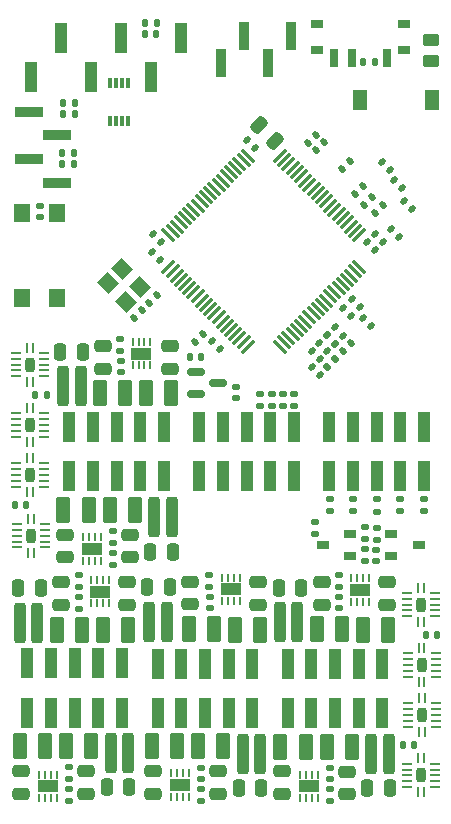
<source format=gbr>
%TF.GenerationSoftware,KiCad,Pcbnew,9.0.0*%
%TF.CreationDate,2025-03-08T21:49:25+01:00*%
%TF.ProjectId,NPulse_v4,4e50756c-7365-45f7-9634-2e6b69636164,rev?*%
%TF.SameCoordinates,Original*%
%TF.FileFunction,Paste,Top*%
%TF.FilePolarity,Positive*%
%FSLAX46Y46*%
G04 Gerber Fmt 4.6, Leading zero omitted, Abs format (unit mm)*
G04 Created by KiCad (PCBNEW 9.0.0) date 2025-03-08 21:49:25*
%MOMM*%
%LPD*%
G01*
G04 APERTURE LIST*
G04 Aperture macros list*
%AMRoundRect*
0 Rectangle with rounded corners*
0 $1 Rounding radius*
0 $2 $3 $4 $5 $6 $7 $8 $9 X,Y pos of 4 corners*
0 Add a 4 corners polygon primitive as box body*
4,1,4,$2,$3,$4,$5,$6,$7,$8,$9,$2,$3,0*
0 Add four circle primitives for the rounded corners*
1,1,$1+$1,$2,$3*
1,1,$1+$1,$4,$5*
1,1,$1+$1,$6,$7*
1,1,$1+$1,$8,$9*
0 Add four rect primitives between the rounded corners*
20,1,$1+$1,$2,$3,$4,$5,0*
20,1,$1+$1,$4,$5,$6,$7,0*
20,1,$1+$1,$6,$7,$8,$9,0*
20,1,$1+$1,$8,$9,$2,$3,0*%
%AMRotRect*
0 Rectangle, with rotation*
0 The origin of the aperture is its center*
0 $1 length*
0 $2 width*
0 $3 Rotation angle, in degrees counterclockwise*
0 Add horizontal line*
21,1,$1,$2,0,0,$3*%
G04 Aperture macros list end*
%ADD10RoundRect,0.250000X-0.250000X-1.450000X0.250000X-1.450000X0.250000X1.450000X-0.250000X1.450000X0*%
%ADD11RoundRect,0.135000X0.185000X-0.135000X0.185000X0.135000X-0.185000X0.135000X-0.185000X-0.135000X0*%
%ADD12R,1.000000X2.580000*%
%ADD13RotRect,1.400000X1.200000X135.000000*%
%ADD14RoundRect,0.140000X0.021213X-0.219203X0.219203X-0.021213X-0.021213X0.219203X-0.219203X0.021213X0*%
%ADD15RoundRect,0.140000X-0.219203X-0.021213X-0.021213X-0.219203X0.219203X0.021213X0.021213X0.219203X0*%
%ADD16RoundRect,0.140000X0.219203X0.021213X0.021213X0.219203X-0.219203X-0.021213X-0.021213X-0.219203X0*%
%ADD17R,0.279400X0.711200*%
%ADD18R,1.701800X0.990600*%
%ADD19RoundRect,0.250000X0.475000X-0.250000X0.475000X0.250000X-0.475000X0.250000X-0.475000X-0.250000X0*%
%ADD20RoundRect,0.140000X0.170000X-0.140000X0.170000X0.140000X-0.170000X0.140000X-0.170000X-0.140000X0*%
%ADD21RoundRect,0.135000X-0.185000X0.135000X-0.185000X-0.135000X0.185000X-0.135000X0.185000X0.135000X0*%
%ADD22RoundRect,0.250000X0.375000X0.850000X-0.375000X0.850000X-0.375000X-0.850000X0.375000X-0.850000X0*%
%ADD23R,1.000000X2.510000*%
%ADD24RoundRect,0.135000X-0.135000X-0.185000X0.135000X-0.185000X0.135000X0.185000X-0.135000X0.185000X0*%
%ADD25RoundRect,0.250000X-0.250000X-0.475000X0.250000X-0.475000X0.250000X0.475000X-0.250000X0.475000X0*%
%ADD26RoundRect,0.140000X0.140000X0.170000X-0.140000X0.170000X-0.140000X-0.170000X0.140000X-0.170000X0*%
%ADD27RoundRect,0.140000X-0.140000X-0.170000X0.140000X-0.170000X0.140000X0.170000X-0.140000X0.170000X0*%
%ADD28RoundRect,0.202500X-0.202500X-0.402500X0.202500X-0.402500X0.202500X0.402500X-0.202500X0.402500X0*%
%ADD29RoundRect,0.062500X-0.062500X-0.350000X0.062500X-0.350000X0.062500X0.350000X-0.062500X0.350000X0*%
%ADD30RoundRect,0.062500X-0.350000X-0.062500X0.350000X-0.062500X0.350000X0.062500X-0.350000X0.062500X0*%
%ADD31RoundRect,0.202500X0.202500X0.402500X-0.202500X0.402500X-0.202500X-0.402500X0.202500X-0.402500X0*%
%ADD32RoundRect,0.062500X0.062500X0.350000X-0.062500X0.350000X-0.062500X-0.350000X0.062500X-0.350000X0*%
%ADD33RoundRect,0.062500X0.350000X0.062500X-0.350000X0.062500X-0.350000X-0.062500X0.350000X-0.062500X0*%
%ADD34RoundRect,0.250000X0.450000X-0.262500X0.450000X0.262500X-0.450000X0.262500X-0.450000X-0.262500X0*%
%ADD35RoundRect,0.250000X-0.475000X0.250000X-0.475000X-0.250000X0.475000X-0.250000X0.475000X0.250000X0*%
%ADD36R,0.850000X2.350000*%
%ADD37RoundRect,0.062500X-0.433103X-0.521491X0.521491X0.433103X0.433103X0.521491X-0.521491X-0.433103X0*%
%ADD38RoundRect,0.062500X0.433103X-0.521491X0.521491X-0.433103X-0.433103X0.521491X-0.521491X0.433103X0*%
%ADD39RoundRect,0.250000X-0.375000X-0.850000X0.375000X-0.850000X0.375000X0.850000X-0.375000X0.850000X0*%
%ADD40RoundRect,0.250000X0.250000X0.475000X-0.250000X0.475000X-0.250000X-0.475000X0.250000X-0.475000X0*%
%ADD41RoundRect,0.140000X-0.021213X0.219203X-0.219203X0.021213X0.021213X-0.219203X0.219203X-0.021213X0*%
%ADD42RoundRect,0.140000X-0.170000X0.140000X-0.170000X-0.140000X0.170000X-0.140000X0.170000X0.140000X0*%
%ADD43R,1.050000X0.700000*%
%ADD44R,1.300000X1.800000*%
%ADD45RoundRect,0.250000X0.250000X1.450000X-0.250000X1.450000X-0.250000X-1.450000X0.250000X-1.450000X0*%
%ADD46R,1.000000X0.800000*%
%ADD47R,0.700000X1.500000*%
%ADD48R,0.300000X0.850000*%
%ADD49RoundRect,0.250000X-0.512652X-0.159099X-0.159099X-0.512652X0.512652X0.159099X0.159099X0.512652X0*%
%ADD50RoundRect,0.150000X-0.587500X-0.150000X0.587500X-0.150000X0.587500X0.150000X-0.587500X0.150000X0*%
%ADD51RoundRect,0.135000X0.135000X0.185000X-0.135000X0.185000X-0.135000X-0.185000X0.135000X-0.185000X0*%
%ADD52R,1.000000X0.700000*%
%ADD53R,1.400000X1.600000*%
%ADD54RoundRect,0.147500X-0.017678X0.226274X-0.226274X0.017678X0.017678X-0.226274X0.226274X-0.017678X0*%
%ADD55RoundRect,0.135000X0.226274X0.035355X0.035355X0.226274X-0.226274X-0.035355X-0.035355X-0.226274X0*%
%ADD56R,2.350000X0.850000*%
G04 APERTURE END LIST*
D10*
%TO.C,R32*%
X163500901Y-131605403D03*
X165000901Y-131605403D03*
%TD*%
D11*
%TO.C,R19*%
X187990000Y-111149999D03*
X187990000Y-110130001D03*
%TD*%
D12*
%TO.C,J7*%
X175475903Y-124045400D03*
X175475903Y-128215402D03*
X173475903Y-124045401D03*
X173475903Y-128215401D03*
X171475903Y-124045400D03*
X171475903Y-128215402D03*
X169475903Y-124045401D03*
X169475903Y-128215401D03*
X167475903Y-124045400D03*
X167475903Y-128215402D03*
%TD*%
D13*
%TO.C,Y1*%
X166003858Y-92201777D03*
X164448223Y-90646142D03*
X163246142Y-91848223D03*
X164801777Y-93403858D03*
%TD*%
D14*
%TO.C,C15*%
X165471777Y-94808224D03*
X166150599Y-94129402D03*
%TD*%
D15*
%TO.C,C47*%
X183960589Y-93140589D03*
X184639411Y-93819411D03*
%TD*%
D16*
%TO.C,C21*%
X187869411Y-87909411D03*
X187190589Y-87230589D03*
%TD*%
D17*
%TO.C,IC2*%
X181005902Y-133441302D03*
X180505901Y-133441302D03*
X180005901Y-133441302D03*
X179505900Y-133441302D03*
X179505900Y-135447902D03*
X180005901Y-135447902D03*
X180505901Y-135447902D03*
X181005902Y-135447902D03*
D18*
X180255901Y-134444602D03*
%TD*%
D19*
%TO.C,C34*%
X168520001Y-99069999D03*
X168520001Y-97170001D03*
%TD*%
D20*
%TO.C,C49*%
X171145900Y-133805404D03*
X171145900Y-132845404D03*
%TD*%
D11*
%TO.C,R17*%
X184000000Y-111149999D03*
X184000000Y-110130001D03*
%TD*%
D21*
%TO.C,R34*%
X160775899Y-116565401D03*
X160775899Y-117585399D03*
%TD*%
D16*
%TO.C,C2*%
X167790000Y-88340000D03*
X167111178Y-87661178D03*
%TD*%
D10*
%TO.C,R23*%
X185570000Y-131685402D03*
X187070000Y-131685402D03*
%TD*%
D22*
%TO.C,L11*%
X169135902Y-131065403D03*
X166985902Y-131065403D03*
%TD*%
D11*
%TO.C,R18*%
X186010000Y-111169999D03*
X186010000Y-110150001D03*
%TD*%
D15*
%TO.C,C35*%
X183120589Y-93980589D03*
X183799411Y-94659411D03*
%TD*%
D23*
%TO.C,J3*%
X169460000Y-71075000D03*
X166920000Y-74385000D03*
X164380000Y-71075000D03*
X161840000Y-74385000D03*
X159300000Y-71075000D03*
X156760000Y-74385000D03*
%TD*%
D24*
%TO.C,R12*%
X159470001Y-77480000D03*
X160489999Y-77480000D03*
%TD*%
D14*
%TO.C,C7*%
X183090589Y-82199411D03*
X183769411Y-81520589D03*
%TD*%
D25*
%TO.C,C38*%
X177725901Y-117635399D03*
X179625899Y-117635399D03*
%TD*%
D21*
%TO.C,R5*%
X179005000Y-101195000D03*
X179005000Y-102214998D03*
%TD*%
D15*
%TO.C,C36*%
X188300589Y-84850589D03*
X188979411Y-85529411D03*
%TD*%
D12*
%TO.C,J6*%
X164435901Y-124035398D03*
X164435901Y-128205400D03*
X162435901Y-124035399D03*
X162435901Y-128205399D03*
X160435901Y-124035398D03*
X160435901Y-128205400D03*
X158435901Y-124035399D03*
X158435901Y-128205399D03*
X156435901Y-124035398D03*
X156435901Y-128205400D03*
%TD*%
D26*
%TO.C,C44*%
X156320000Y-110630000D03*
X155360000Y-110630000D03*
%TD*%
D11*
%TO.C,R16*%
X182020000Y-111159999D03*
X182020000Y-110140001D03*
%TD*%
D22*
%TO.C,L14*%
X161055901Y-121175401D03*
X158905901Y-121175401D03*
%TD*%
D12*
%TO.C,J5*%
X182000000Y-108190002D03*
X182000000Y-104020000D03*
X184000000Y-108190001D03*
X184000000Y-104020001D03*
X186000000Y-108190002D03*
X186000000Y-104020000D03*
X188000000Y-108190001D03*
X188000000Y-104020001D03*
X190000000Y-108190002D03*
X190000000Y-104020000D03*
%TD*%
D19*
%TO.C,C70*%
X164860000Y-119069999D03*
X164860000Y-117170001D03*
%TD*%
%TO.C,C66*%
X159325898Y-119075401D03*
X159325898Y-117175403D03*
%TD*%
D14*
%TO.C,C9*%
X183130589Y-97579411D03*
X183809411Y-96900589D03*
%TD*%
D27*
%TO.C,C32*%
X157100000Y-101290000D03*
X158060000Y-101290000D03*
%TD*%
D11*
%TO.C,R10*%
X185060000Y-113529999D03*
X185060000Y-112510001D03*
%TD*%
D22*
%TO.C,L13*%
X172255903Y-121135404D03*
X170105903Y-121135404D03*
%TD*%
D28*
%TO.C,U2*%
X189730000Y-133517500D03*
D29*
X189480000Y-132080000D03*
D30*
X188542500Y-132517500D03*
X188542500Y-133017500D03*
X188542500Y-133517500D03*
X188542500Y-134017500D03*
X188542500Y-134517500D03*
D29*
X189480000Y-134955000D03*
X189980000Y-134955000D03*
D30*
X190917500Y-134517500D03*
X190917500Y-134017500D03*
X190917500Y-133517500D03*
X190917500Y-133017500D03*
X190917500Y-132517500D03*
D29*
X189980000Y-132080000D03*
%TD*%
D31*
%TO.C,U9*%
X156680737Y-108054403D03*
D32*
X156930737Y-109491903D03*
D33*
X157868237Y-109054403D03*
X157868237Y-108554403D03*
X157868237Y-108054403D03*
X157868237Y-107554403D03*
X157868237Y-107054403D03*
D32*
X156930737Y-106616903D03*
X156430737Y-106616903D03*
D33*
X155493237Y-107054403D03*
X155493237Y-107554403D03*
X155493237Y-108054403D03*
X155493237Y-108554403D03*
X155493237Y-109054403D03*
D32*
X156430737Y-109491903D03*
%TD*%
D34*
%TO.C,R13*%
X190600000Y-73037500D03*
X190600000Y-71212500D03*
%TD*%
D35*
%TO.C,C42*%
X165120001Y-113159999D03*
X165120001Y-115059997D03*
%TD*%
D21*
%TO.C,R3*%
X177115000Y-101215001D03*
X177115000Y-102234999D03*
%TD*%
D36*
%TO.C,J2*%
X172800000Y-73225000D03*
X174800000Y-70875000D03*
X176800000Y-73225000D03*
X178800000Y-70875000D03*
%TD*%
D37*
%TO.C,U1*%
X168382466Y-90490019D03*
X168736020Y-90843573D03*
X169089573Y-91197126D03*
X169443126Y-91550680D03*
X169796680Y-91904233D03*
X170150233Y-92257786D03*
X170503787Y-92611340D03*
X170857340Y-92964893D03*
X171210893Y-93318447D03*
X171564447Y-93672000D03*
X171918000Y-94025553D03*
X172271553Y-94379107D03*
X172625107Y-94732660D03*
X172978660Y-95086213D03*
X173332214Y-95439767D03*
X173685767Y-95793320D03*
X174039320Y-96146874D03*
X174392874Y-96500427D03*
X174746427Y-96853980D03*
X175099981Y-97207534D03*
D38*
X177840019Y-97207534D03*
X178193573Y-96853980D03*
X178547126Y-96500427D03*
X178900680Y-96146874D03*
X179254233Y-95793320D03*
X179607786Y-95439767D03*
X179961340Y-95086213D03*
X180314893Y-94732660D03*
X180668447Y-94379107D03*
X181022000Y-94025553D03*
X181375553Y-93672000D03*
X181729107Y-93318447D03*
X182082660Y-92964893D03*
X182436213Y-92611340D03*
X182789767Y-92257786D03*
X183143320Y-91904233D03*
X183496874Y-91550680D03*
X183850427Y-91197126D03*
X184203980Y-90843573D03*
X184557534Y-90490019D03*
D37*
X184557534Y-87749981D03*
X184203980Y-87396427D03*
X183850427Y-87042874D03*
X183496874Y-86689320D03*
X183143320Y-86335767D03*
X182789767Y-85982214D03*
X182436213Y-85628660D03*
X182082660Y-85275107D03*
X181729107Y-84921553D03*
X181375553Y-84568000D03*
X181022000Y-84214447D03*
X180668447Y-83860893D03*
X180314893Y-83507340D03*
X179961340Y-83153787D03*
X179607786Y-82800233D03*
X179254233Y-82446680D03*
X178900680Y-82093126D03*
X178547126Y-81739573D03*
X178193573Y-81386020D03*
X177840019Y-81032466D03*
D38*
X175099981Y-81032466D03*
X174746427Y-81386020D03*
X174392874Y-81739573D03*
X174039320Y-82093126D03*
X173685767Y-82446680D03*
X173332214Y-82800233D03*
X172978660Y-83153787D03*
X172625107Y-83507340D03*
X172271553Y-83860893D03*
X171918000Y-84214447D03*
X171564447Y-84568000D03*
X171210893Y-84921553D03*
X170857340Y-85275107D03*
X170503787Y-85628660D03*
X170150233Y-85982214D03*
X169796680Y-86335767D03*
X169443126Y-86689320D03*
X169089573Y-87042874D03*
X168736020Y-87396427D03*
X168382466Y-87749981D03*
%TD*%
D11*
%TO.C,R30*%
X159990901Y-135665401D03*
X159990901Y-134645403D03*
%TD*%
D14*
%TO.C,C59*%
X180865589Y-80589411D03*
X181544411Y-79910589D03*
%TD*%
D15*
%TO.C,C3*%
X175000589Y-79750589D03*
X175679411Y-80429411D03*
%TD*%
D39*
%TO.C,L7*%
X184840899Y-121165404D03*
X186990899Y-121165404D03*
%TD*%
D28*
%TO.C,U5*%
X156752500Y-113210000D03*
D29*
X156502500Y-111772500D03*
D30*
X155565000Y-112210000D03*
X155565000Y-112710000D03*
X155565000Y-113210000D03*
X155565000Y-113710000D03*
X155565000Y-114210000D03*
D29*
X156502500Y-114647500D03*
X157002500Y-114647500D03*
D30*
X157940000Y-114210000D03*
X157940000Y-113710000D03*
X157940000Y-113210000D03*
X157940000Y-112710000D03*
X157940000Y-112210000D03*
D29*
X157002500Y-111772500D03*
%TD*%
D12*
%TO.C,J9*%
X186485903Y-124045402D03*
X186485903Y-128215404D03*
X184485903Y-124045403D03*
X184485903Y-128215403D03*
X182485903Y-124045402D03*
X182485903Y-128215404D03*
X180485903Y-124045403D03*
X180485903Y-128215403D03*
X178485903Y-124045402D03*
X178485903Y-128215404D03*
%TD*%
D25*
%TO.C,C28*%
X159240739Y-97649998D03*
X161140737Y-97649998D03*
%TD*%
D40*
%TO.C,C26*%
X187125899Y-134615403D03*
X185225901Y-134615403D03*
%TD*%
D14*
%TO.C,C60*%
X180210000Y-79940000D03*
X180888822Y-79261178D03*
%TD*%
D11*
%TO.C,R6*%
X180810000Y-113039998D03*
X180810000Y-112020000D03*
%TD*%
D41*
%TO.C,C24*%
X184849411Y-83590589D03*
X184170589Y-84269411D03*
%TD*%
D22*
%TO.C,L8*%
X161644999Y-111059998D03*
X159494999Y-111059998D03*
%TD*%
D39*
%TO.C,L4*%
X166470000Y-101169999D03*
X168620000Y-101169999D03*
%TD*%
D17*
%TO.C,IC7*%
X158960902Y-133448803D03*
X158460901Y-133448803D03*
X157960901Y-133448803D03*
X157460900Y-133448803D03*
X157460900Y-135455403D03*
X157960901Y-135455403D03*
X158460901Y-135455403D03*
X158960902Y-135455403D03*
D18*
X158210901Y-134452103D03*
%TD*%
D42*
%TO.C,C27*%
X164330739Y-98419997D03*
X164330739Y-99379997D03*
%TD*%
D35*
%TO.C,C53*%
X172595902Y-133165403D03*
X172595902Y-135065401D03*
%TD*%
D41*
%TO.C,C18*%
X171329411Y-96170589D03*
X170650589Y-96849411D03*
%TD*%
D43*
%TO.C,Q1*%
X183780000Y-114940000D03*
X183780000Y-113040000D03*
X181480000Y-113990000D03*
%TD*%
D16*
%TO.C,C4*%
X167696909Y-89909408D03*
X167018087Y-89230586D03*
%TD*%
D44*
%TO.C,D1*%
X190700000Y-76325000D03*
X184600000Y-76325000D03*
%TD*%
D21*
%TO.C,R25*%
X182805901Y-116545403D03*
X182805901Y-117565401D03*
%TD*%
D10*
%TO.C,R31*%
X174665900Y-131665403D03*
X176165900Y-131665403D03*
%TD*%
D45*
%TO.C,R35*%
X168230000Y-120550000D03*
X166730000Y-120550000D03*
%TD*%
D24*
%TO.C,R14*%
X159390001Y-80825000D03*
X160409999Y-80825000D03*
%TD*%
D41*
%TO.C,C22*%
X186509411Y-85250589D03*
X185830589Y-85929411D03*
%TD*%
D17*
%TO.C,IC4*%
X183835896Y-118808703D03*
X184335897Y-118808703D03*
X184835897Y-118808703D03*
X185335898Y-118808703D03*
X185335898Y-116802103D03*
X184835897Y-116802103D03*
X184335897Y-116802103D03*
X183835896Y-116802103D03*
D18*
X184585897Y-117805403D03*
%TD*%
D11*
%TO.C,R20*%
X189990000Y-111159999D03*
X189990000Y-110140001D03*
%TD*%
D16*
%TO.C,C20*%
X186549411Y-88359411D03*
X185870589Y-87680589D03*
%TD*%
D46*
%TO.C,SW2*%
X188290000Y-72090000D03*
X188290000Y-69880000D03*
X180990000Y-72090000D03*
X180990000Y-69880000D03*
D47*
X186890000Y-72740000D03*
X183890000Y-72740000D03*
X182390000Y-72740000D03*
%TD*%
D48*
%TO.C,IC1*%
X163425000Y-78075000D03*
X163925000Y-78075000D03*
X164425000Y-78075000D03*
X164925000Y-78075000D03*
X164925000Y-74925000D03*
X164425000Y-74925000D03*
X163925000Y-74925000D03*
X163425000Y-74925000D03*
%TD*%
D19*
%TO.C,C65*%
X170230895Y-119025404D03*
X170230895Y-117125406D03*
%TD*%
D21*
%TO.C,R33*%
X171800000Y-116520001D03*
X171800000Y-117539999D03*
%TD*%
D15*
%TO.C,C72*%
X186431178Y-81561178D03*
X187110000Y-82240000D03*
%TD*%
D45*
%TO.C,R24*%
X160939999Y-100579998D03*
X159439999Y-100579998D03*
%TD*%
D17*
%TO.C,IC8*%
X172949998Y-118766600D03*
X173449999Y-118766600D03*
X173949999Y-118766600D03*
X174450000Y-118766600D03*
X174450000Y-116760000D03*
X173949999Y-116760000D03*
X173449999Y-116760000D03*
X172949998Y-116760000D03*
D18*
X173699999Y-117763300D03*
%TD*%
D20*
%TO.C,C39*%
X163659999Y-113799999D03*
X163659999Y-112839999D03*
%TD*%
%TO.C,C25*%
X182025903Y-133825404D03*
X182025903Y-132865404D03*
%TD*%
D19*
%TO.C,C69*%
X175990000Y-119059999D03*
X175990000Y-117160001D03*
%TD*%
D49*
%TO.C,C1*%
X176078249Y-78478249D03*
X177421751Y-79821751D03*
%TD*%
D31*
%TO.C,U3*%
X156632500Y-98730000D03*
D32*
X156882500Y-100167500D03*
D33*
X157820000Y-99730000D03*
X157820000Y-99230000D03*
X157820000Y-98730000D03*
X157820000Y-98230000D03*
X157820000Y-97730000D03*
D32*
X156882500Y-97292500D03*
X156382500Y-97292500D03*
D33*
X155445000Y-97730000D03*
X155445000Y-98230000D03*
X155445000Y-98730000D03*
X155445000Y-99230000D03*
X155445000Y-99730000D03*
D32*
X156382500Y-100167500D03*
%TD*%
D50*
%TO.C,U10*%
X170735000Y-99330000D03*
X170735000Y-101230000D03*
X172610000Y-100280000D03*
%TD*%
D11*
%TO.C,R26*%
X163670001Y-115669998D03*
X163670001Y-114650000D03*
%TD*%
D27*
%TO.C,C43*%
X190190000Y-121610000D03*
X191150000Y-121610000D03*
%TD*%
D51*
%TO.C,R9*%
X185884999Y-73125000D03*
X184865001Y-73125000D03*
%TD*%
D35*
%TO.C,C33*%
X177965898Y-133175402D03*
X177965898Y-135075400D03*
%TD*%
D21*
%TO.C,R22*%
X164320737Y-96549998D03*
X164320737Y-97569996D03*
%TD*%
D12*
%TO.C,J10*%
X171000000Y-108200001D03*
X171000000Y-104029999D03*
X173000000Y-108200000D03*
X173000000Y-104030000D03*
X175000000Y-108200001D03*
X175000000Y-104029999D03*
X177000000Y-108200000D03*
X177000000Y-104030000D03*
X179000000Y-108200001D03*
X179000000Y-104029999D03*
%TD*%
D52*
%TO.C,Q2*%
X187190000Y-113069999D03*
X187190000Y-114969999D03*
X189590001Y-114019999D03*
%TD*%
D45*
%TO.C,R36*%
X157275897Y-120575401D03*
X155775897Y-120575401D03*
%TD*%
D12*
%TO.C,J8*%
X159989998Y-108205000D03*
X159989998Y-104034998D03*
X161989998Y-108204999D03*
X161989998Y-104034999D03*
X163989998Y-108205000D03*
X163989998Y-104034998D03*
X165989998Y-108204999D03*
X165989998Y-104034999D03*
X167989998Y-108205000D03*
X167989998Y-104034998D03*
%TD*%
D25*
%TO.C,C62*%
X166590000Y-117585403D03*
X168489998Y-117585403D03*
%TD*%
D10*
%TO.C,R28*%
X167169999Y-111660000D03*
X168669999Y-111660000D03*
%TD*%
D42*
%TO.C,C63*%
X160785895Y-118435402D03*
X160785895Y-119395402D03*
%TD*%
D26*
%TO.C,C16*%
X167355000Y-70775000D03*
X166395000Y-70775000D03*
%TD*%
D22*
%TO.C,L12*%
X157965903Y-131065403D03*
X155815903Y-131065403D03*
%TD*%
D26*
%TO.C,C19*%
X160452182Y-76546447D03*
X159492182Y-76546447D03*
%TD*%
D21*
%TO.C,R2*%
X176175000Y-101215001D03*
X176175000Y-102234999D03*
%TD*%
D35*
%TO.C,C57*%
X167085900Y-133170000D03*
X167085900Y-135069998D03*
%TD*%
D41*
%TO.C,C23*%
X185589411Y-84510589D03*
X184910589Y-85189411D03*
%TD*%
D17*
%TO.C,IC5*%
X162640737Y-113351104D03*
X162140736Y-113351104D03*
X161640736Y-113351104D03*
X161140735Y-113351104D03*
X161140735Y-115357704D03*
X161640736Y-115357704D03*
X162140736Y-115357704D03*
X162640737Y-115357704D03*
D18*
X161890736Y-114354404D03*
%TD*%
D45*
%TO.C,R27*%
X179295902Y-120565402D03*
X177795902Y-120565402D03*
%TD*%
D35*
%TO.C,C46*%
X159599999Y-113159998D03*
X159599999Y-115059996D03*
%TD*%
D53*
%TO.C,SW1*%
X158950000Y-85890000D03*
X158950000Y-93090000D03*
X155950000Y-85890000D03*
X155950000Y-93090000D03*
%TD*%
D15*
%TO.C,C48*%
X187461178Y-83111178D03*
X188140000Y-83790000D03*
%TD*%
D39*
%TO.C,L16*%
X162810000Y-121175401D03*
X164960000Y-121175401D03*
%TD*%
D16*
%TO.C,C10*%
X181189411Y-99599411D03*
X180510589Y-98920589D03*
%TD*%
D42*
%TO.C,C17*%
X185980000Y-114429999D03*
X185980000Y-115389999D03*
%TD*%
D15*
%TO.C,C11*%
X180501178Y-97581178D03*
X181180000Y-98260000D03*
%TD*%
D21*
%TO.C,R7*%
X186000000Y-112530001D03*
X186000000Y-113549999D03*
%TD*%
D42*
%TO.C,C37*%
X182815898Y-118415403D03*
X182815898Y-119375403D03*
%TD*%
D20*
%TO.C,C51*%
X159980901Y-133795402D03*
X159980901Y-132835402D03*
%TD*%
D16*
%TO.C,C5*%
X172725000Y-97403822D03*
X172046178Y-96725000D03*
%TD*%
D26*
%TO.C,C55*%
X171142500Y-98110000D03*
X170182500Y-98110000D03*
%TD*%
D19*
%TO.C,C30*%
X162870737Y-99069996D03*
X162870737Y-97169998D03*
%TD*%
D25*
%TO.C,C64*%
X155685905Y-117635401D03*
X157585903Y-117635401D03*
%TD*%
D39*
%TO.C,L1*%
X181790899Y-131080404D03*
X183940899Y-131080404D03*
%TD*%
D22*
%TO.C,L3*%
X180020903Y-131075403D03*
X177870903Y-131075403D03*
%TD*%
D39*
%TO.C,L6*%
X163395000Y-111059999D03*
X165545000Y-111059999D03*
%TD*%
D40*
%TO.C,C50*%
X176235900Y-134595405D03*
X174335902Y-134595405D03*
%TD*%
D15*
%TO.C,C12*%
X181150589Y-96910589D03*
X181829411Y-97589411D03*
%TD*%
D21*
%TO.C,R4*%
X178055000Y-101205001D03*
X178055000Y-102224999D03*
%TD*%
D11*
%TO.C,R21*%
X182035900Y-135695404D03*
X182035900Y-134675406D03*
%TD*%
D17*
%TO.C,IC6*%
X170125902Y-133331303D03*
X169625901Y-133331303D03*
X169125901Y-133331303D03*
X168625900Y-133331303D03*
X168625900Y-135337903D03*
X169125901Y-135337903D03*
X169625901Y-135337903D03*
X170125902Y-135337903D03*
D18*
X169375901Y-134334603D03*
%TD*%
D39*
%TO.C,L9*%
X170885901Y-131065402D03*
X173035901Y-131065402D03*
%TD*%
D54*
%TO.C,FB1*%
X182512947Y-98217053D03*
X181827053Y-98902947D03*
%TD*%
D11*
%TO.C,R29*%
X171145899Y-135675402D03*
X171145899Y-134655404D03*
%TD*%
D15*
%TO.C,C8*%
X182470589Y-95590589D03*
X183149411Y-96269411D03*
%TD*%
D39*
%TO.C,L10*%
X159715903Y-131055404D03*
X161865903Y-131055404D03*
%TD*%
D42*
%TO.C,C61*%
X171910899Y-118395404D03*
X171910899Y-119355404D03*
%TD*%
D35*
%TO.C,C58*%
X155920900Y-133165403D03*
X155920900Y-135065401D03*
%TD*%
D21*
%TO.C,R8*%
X185040000Y-114380001D03*
X185040000Y-115399999D03*
%TD*%
D35*
%TO.C,C29*%
X183490000Y-133195402D03*
X183490000Y-135095400D03*
%TD*%
D15*
%TO.C,C6*%
X185218086Y-88330582D03*
X185896908Y-89009404D03*
%TD*%
D40*
%TO.C,C40*%
X168759998Y-114600000D03*
X166860000Y-114600000D03*
%TD*%
D28*
%TO.C,U8*%
X189812500Y-124180000D03*
D29*
X189562500Y-122742500D03*
D30*
X188625000Y-123180000D03*
X188625000Y-123680000D03*
X188625000Y-124180000D03*
X188625000Y-124680000D03*
X188625000Y-125180000D03*
D29*
X189562500Y-125617500D03*
X190062500Y-125617500D03*
D30*
X191000000Y-125180000D03*
X191000000Y-124680000D03*
X191000000Y-124180000D03*
X191000000Y-123680000D03*
X191000000Y-123180000D03*
D29*
X190062500Y-122742500D03*
%TD*%
D28*
%TO.C,U7*%
X156682500Y-103850000D03*
D29*
X156432500Y-102412500D03*
D30*
X155495000Y-102850000D03*
X155495000Y-103350000D03*
X155495000Y-103850000D03*
X155495000Y-104350000D03*
X155495000Y-104850000D03*
D29*
X156432500Y-105287500D03*
X156932500Y-105287500D03*
D30*
X157870000Y-104850000D03*
X157870000Y-104350000D03*
X157870000Y-103850000D03*
X157870000Y-103350000D03*
X157870000Y-102850000D03*
D29*
X156932500Y-102412500D03*
%TD*%
D40*
%TO.C,C52*%
X165070894Y-134535402D03*
X163170896Y-134535402D03*
%TD*%
D26*
%TO.C,C31*%
X189210000Y-130950000D03*
X188250000Y-130950000D03*
%TD*%
D17*
%TO.C,IC3*%
X165350736Y-98807704D03*
X165850737Y-98807704D03*
X166350737Y-98807704D03*
X166850738Y-98807704D03*
X166850738Y-96801104D03*
X166350737Y-96801104D03*
X165850737Y-96801104D03*
X165350736Y-96801104D03*
D18*
X166100737Y-97804404D03*
%TD*%
D22*
%TO.C,L5*%
X183085898Y-121160403D03*
X180935898Y-121160403D03*
%TD*%
%TO.C,L2*%
X164715000Y-101169999D03*
X162565000Y-101169999D03*
%TD*%
D15*
%TO.C,C71*%
X184870589Y-94810589D03*
X185549411Y-95489411D03*
%TD*%
D24*
%TO.C,R15*%
X159390001Y-81775000D03*
X160409999Y-81775000D03*
%TD*%
%TO.C,R11*%
X166365001Y-69850000D03*
X167384999Y-69850000D03*
%TD*%
D31*
%TO.C,U6*%
X189815903Y-128387902D03*
D32*
X190065903Y-129825402D03*
D33*
X191003403Y-129387902D03*
X191003403Y-128887902D03*
X191003403Y-128387902D03*
X191003403Y-127887902D03*
X191003403Y-127387902D03*
D32*
X190065903Y-126950402D03*
X189565903Y-126950402D03*
D33*
X188628403Y-127387902D03*
X188628403Y-127887902D03*
X188628403Y-128387902D03*
X188628403Y-128887902D03*
X188628403Y-129387902D03*
D32*
X189565903Y-129825402D03*
%TD*%
D19*
%TO.C,C41*%
X181355901Y-119055402D03*
X181355901Y-117155404D03*
%TD*%
D20*
%TO.C,C13*%
X157500000Y-86230000D03*
X157500000Y-85270000D03*
%TD*%
D35*
%TO.C,C54*%
X161440902Y-133155404D03*
X161440902Y-135055402D03*
%TD*%
D55*
%TO.C,R1*%
X182510624Y-96950624D03*
X181789376Y-96229376D03*
%TD*%
D20*
%TO.C,C56*%
X174062500Y-101550000D03*
X174062500Y-100590000D03*
%TD*%
D19*
%TO.C,C45*%
X186875899Y-119065399D03*
X186875899Y-117165401D03*
%TD*%
D56*
%TO.C,J4*%
X158925000Y-83325000D03*
X156575000Y-81325000D03*
X158925000Y-79325000D03*
X156575000Y-77325000D03*
%TD*%
D41*
%TO.C,C14*%
X167443821Y-92846180D03*
X166764999Y-93525002D03*
%TD*%
D39*
%TO.C,L15*%
X174010000Y-121165402D03*
X176160000Y-121165402D03*
%TD*%
D31*
%TO.C,U4*%
X189732500Y-119050000D03*
D32*
X189982500Y-120487500D03*
D33*
X190920000Y-120050000D03*
X190920000Y-119550000D03*
X190920000Y-119050000D03*
X190920000Y-118550000D03*
X190920000Y-118050000D03*
D32*
X189982500Y-117612500D03*
X189482500Y-117612500D03*
D33*
X188545000Y-118050000D03*
X188545000Y-118550000D03*
X188545000Y-119050000D03*
X188545000Y-119550000D03*
X188545000Y-120050000D03*
D32*
X189482500Y-120487500D03*
%TD*%
D17*
%TO.C,IC9*%
X161809998Y-118956600D03*
X162309999Y-118956600D03*
X162809999Y-118956600D03*
X163310000Y-118956600D03*
X163310000Y-116950000D03*
X162809999Y-116950000D03*
X162309999Y-116950000D03*
X161809998Y-116950000D03*
D18*
X162559999Y-117953300D03*
%TD*%
M02*

</source>
